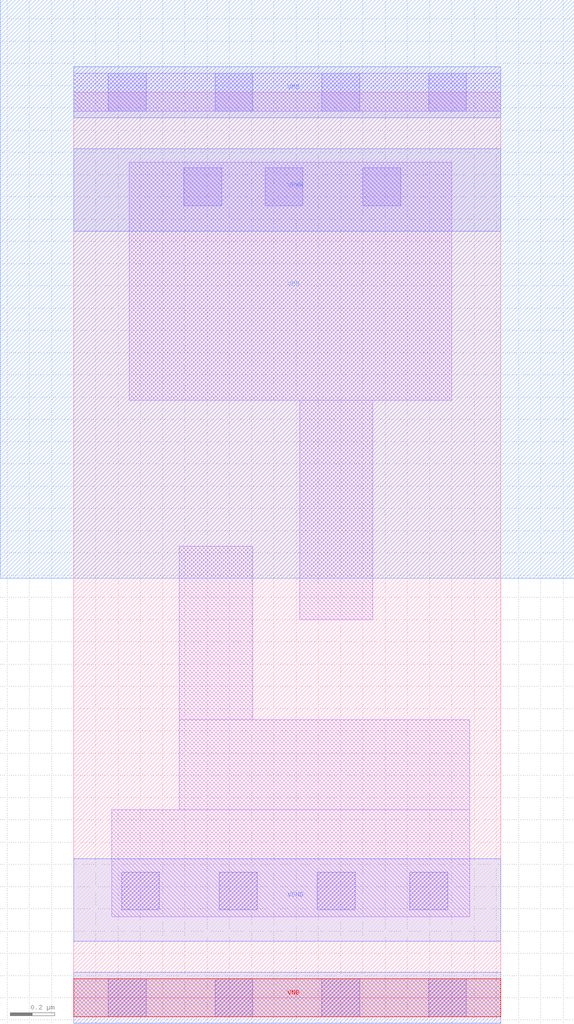
<source format=lef>
# Copyright 2020 The SkyWater PDK Authors
#
# Licensed under the Apache License, Version 2.0 (the "License");
# you may not use this file except in compliance with the License.
# You may obtain a copy of the License at
#
#     https://www.apache.org/licenses/LICENSE-2.0
#
# Unless required by applicable law or agreed to in writing, software
# distributed under the License is distributed on an "AS IS" BASIS,
# WITHOUT WARRANTIES OR CONDITIONS OF ANY KIND, either express or implied.
# See the License for the specific language governing permissions and
# limitations under the License.
#
# SPDX-License-Identifier: Apache-2.0

VERSION 5.7 ;
  NOWIREEXTENSIONATPIN ON ;
  DIVIDERCHAR "/" ;
  BUSBITCHARS "[]" ;
MACRO sky130_fd_sc_hvl__decap_4
  CLASS CORE ;
  FOREIGN sky130_fd_sc_hvl__decap_4 ;
  ORIGIN  0.000000  0.000000 ;
  SIZE  1.920000 BY  4.070000 ;
  SYMMETRY X Y ;
  SITE unithv ;
  PIN VGND
    DIRECTION INOUT ;
    USE GROUND ;
    PORT
      LAYER met1 ;
        RECT 0.000000 0.255000 1.920000 0.625000 ;
    END
  END VGND
  PIN VNB
    DIRECTION INOUT ;
    USE GROUND ;
    PORT
      LAYER met1 ;
        RECT 0.000000 -0.115000 1.920000 0.115000 ;
      LAYER pwell ;
        RECT 0.000000 -0.085000 1.920000 0.085000 ;
    END
  END VNB
  PIN VPB
    DIRECTION INOUT ;
    USE POWER ;
    PORT
      LAYER met1 ;
        RECT 0.000000 3.955000 1.920000 4.185000 ;
      LAYER nwell ;
        RECT -0.330000 1.885000 2.250000 4.485000 ;
    END
  END VPB
  PIN VPWR
    DIRECTION INOUT ;
    USE POWER ;
    PORT
      LAYER met1 ;
        RECT 0.000000 3.445000 1.920000 3.815000 ;
    END
  END VPWR
  OBS
    LAYER li1 ;
      RECT 0.000000 -0.085000 1.920000 0.085000 ;
      RECT 0.000000  3.985000 1.920000 4.155000 ;
      RECT 0.170000  0.365000 1.780000 0.845000 ;
      RECT 0.250000  2.685000 1.700000 3.755000 ;
      RECT 0.475000  0.845000 1.780000 1.250000 ;
      RECT 0.475000  1.250000 0.805000 2.030000 ;
      RECT 1.015000  1.700000 1.345000 2.685000 ;
    LAYER mcon ;
      RECT 0.155000 -0.085000 0.325000 0.085000 ;
      RECT 0.155000  3.985000 0.325000 4.155000 ;
      RECT 0.215000  0.395000 0.385000 0.565000 ;
      RECT 0.495000  3.560000 0.665000 3.730000 ;
      RECT 0.635000 -0.085000 0.805000 0.085000 ;
      RECT 0.635000  3.985000 0.805000 4.155000 ;
      RECT 0.655000  0.395000 0.825000 0.565000 ;
      RECT 0.860000  3.560000 1.030000 3.730000 ;
      RECT 1.095000  0.395000 1.265000 0.565000 ;
      RECT 1.115000 -0.085000 1.285000 0.085000 ;
      RECT 1.115000  3.985000 1.285000 4.155000 ;
      RECT 1.300000  3.560000 1.470000 3.730000 ;
      RECT 1.510000  0.395000 1.680000 0.565000 ;
      RECT 1.595000 -0.085000 1.765000 0.085000 ;
      RECT 1.595000  3.985000 1.765000 4.155000 ;
  END
END sky130_fd_sc_hvl__decap_4
END LIBRARY

</source>
